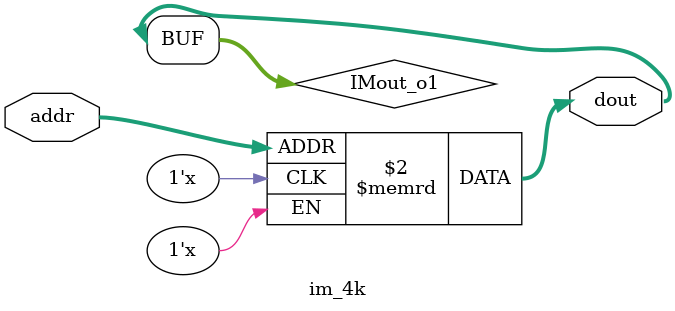
<source format=v>
module im_4k( addr, dout ) ;
    input   [11:2]  addr ;  // address bus
    output  [31:0]  dout ;  // 32-bit memory output
    reg[31:0] IMout_o1;
	
	reg [31:0]  IMem[1023:0];
	always@(addr)
	begin
		IMout_o1 = IMem[addr];	
	end
	assign dout = IMout_o1;
endmodule


	
</source>
